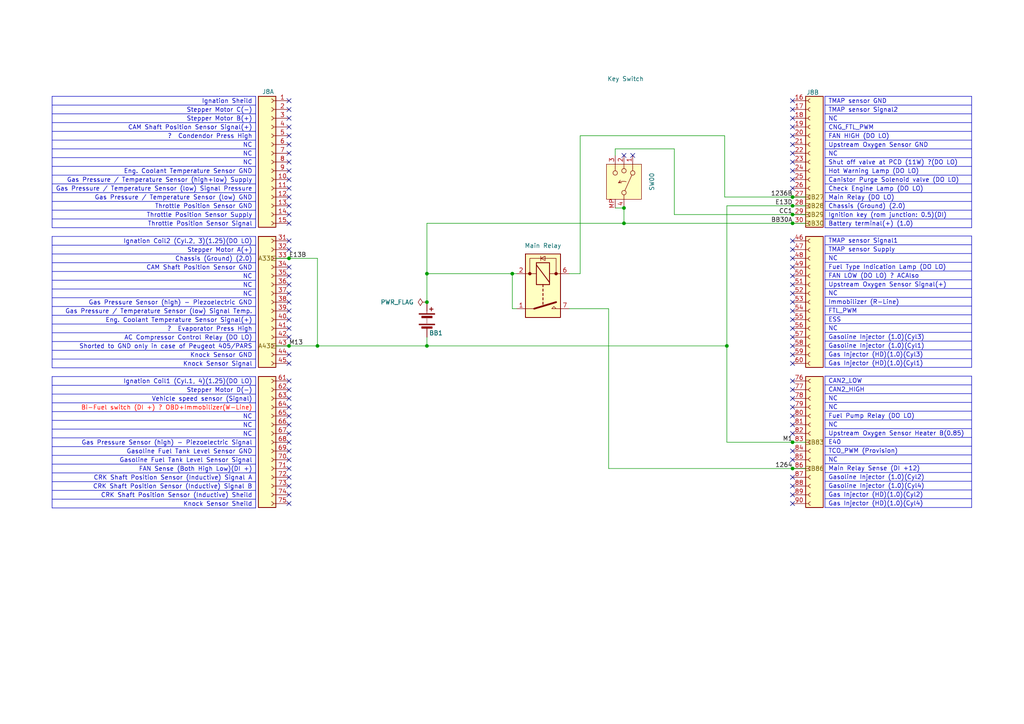
<source format=kicad_sch>
(kicad_sch (version 20250114) (generator "eeschema") (generator_version "9.0")
  (paper "A4")
  (lib_symbols
    (symbol "Conn_01x90_3Row_Socket_1" (pin_names (offset 1.016) (hide yes))
      (property "Reference" "J" (at 1.524 60.833 0))
      (property "Value" "Conn_01x90_3Row_Socket" (at 1.397 -61.214 0))
      (symbol "Conn_01x90_3Row_Socket_1_1_1"
        (pin passive line (at -4.318 58.42 0) (length 3.81) (name "A1") (number "1"))
        (pin passive line (at -4.318 55.88 0) (length 3.81) (name "A2") (number "2"))
        (pin passive line (at -4.318 53.34 0) (length 3.81) (name "A3") (number "3"))
        (pin passive line (at -4.318 50.8 0) (length 3.81) (name "A4") (number "4"))
        (pin passive line (at -4.318 48.26 0) (length 3.81) (name "A5") (number "5"))
        (pin passive line (at -4.318 45.72 0) (length 3.81) (name "A6") (number "6"))
        (pin passive line (at -4.318 43.18 0) (length 3.81) (name "A7") (number "7"))
        (pin passive line (at -4.318 40.64 0) (length 3.81) (name "A8") (number "8"))
        (pin passive line (at -4.318 38.1 0) (length 3.81) (name "A9") (number "9"))
        (pin passive line (at -4.318 35.56 0) (length 3.81) (name "A10") (number "10"))
        (pin passive line (at -4.318 33.02 0) (length 3.81) (name "A11") (number "11"))
        (pin passive line (at -4.318 30.48 0) (length 3.81) (name "A12") (number "12"))
        (pin passive line (at -4.318 27.94 0) (length 3.81) (name "A13") (number "13"))
        (pin passive line (at -4.318 25.4 0) (length 3.81) (name "A14") (number "14"))
        (pin passive line (at -4.318 22.86 0) (length 3.81) (name "A15") (number "15"))
        (pin passive line (at -4.318 17.78 0) (length 3.81) (name "A31") (number "31"))
        (pin passive line (at -4.318 15.24 0) (length 3.81) (name "A32") (number "32"))
        (pin passive line (at -4.318 12.7 0) (length 3.81) (name "A33") (number "33"))
        (pin passive line (at -4.318 10.16 0) (length 3.81) (name "A34") (number "34"))
        (pin passive line (at -4.318 7.62 0) (length 3.81) (name "A35") (number "35"))
        (pin passive line (at -4.318 5.08 0) (length 3.81) (name "A36") (number "36"))
        (pin passive line (at -4.318 2.54 0) (length 3.81) (name "A37") (number "37"))
        (pin passive line (at -4.318 0 0) (length 3.81) (name "A38") (number "38"))
        (pin passive line (at -4.318 -2.54 0) (length 3.81) (name "A39") (number "39"))
        (pin passive line (at -4.318 -5.08 0) (length 3.81) (name "A40") (number "40"))
        (pin passive line (at -4.318 -7.62 0) (length 3.81) (name "A41") (number "41"))
        (pin passive line (at -4.318 -10.16 0) (length 3.81) (name "A42") (number "42"))
        (pin passive line (at -4.318 -12.7 0) (length 3.81) (name "A43") (number "43"))
        (pin passive line (at -4.318 -15.24 0) (length 3.81) (name "A44") (number "44"))
        (pin passive line (at -4.318 -17.78 0) (length 3.81) (name "A45") (number "45"))
        (pin passive line (at -4.318 -22.86 0) (length 3.81) (name "A61") (number "61"))
        (pin passive line (at -4.318 -25.4 0) (length 3.81) (name "A62") (number "62"))
        (pin passive line (at -4.318 -27.94 0) (length 3.81) (name "A63") (number "63"))
        (pin passive line (at -4.318 -30.48 0) (length 3.81) (name "A64") (number "64"))
        (pin passive line (at -4.318 -33.02 0) (length 3.81) (name "A65") (number "65"))
        (pin passive line (at -4.318 -35.56 0) (length 3.81) (name "A66") (number "66"))
        (pin passive line (at -4.318 -38.1 0) (length 3.81) (name "A67") (number "67"))
        (pin passive line (at -4.318 -40.64 0) (length 3.81) (name "A68") (number "68"))
        (pin passive line (at -4.318 -43.18 0) (length 3.81) (name "A69") (number "69"))
        (pin passive line (at -4.318 -45.72 0) (length 3.81) (name "A70") (number "70"))
        (pin passive line (at -4.318 -48.26 0) (length 3.81) (name "A71") (number "71"))
        (pin passive line (at -4.318 -50.8 0) (length 3.81) (name "A72") (number "72"))
        (pin passive line (at -4.318 -53.34 0) (length 3.81) (name "A73") (number "73"))
        (pin passive line (at -4.318 -55.88 0) (length 3.81) (name "A74") (number "74"))
        (pin passive line (at -4.318 -58.42 0) (length 3.81) (name "A75") (number "75"))
      )
      (symbol "Conn_01x90_3Row_Socket_1_2_1"
        (pin passive line (at -4.318 58.42 0) (length 3.81) (name "B16") (number "16"))
        (pin passive line (at -4.318 55.88 0) (length 3.81) (name "B17") (number "17"))
        (pin passive line (at -4.318 53.34 0) (length 3.81) (name "B18") (number "18"))
        (pin passive line (at -4.318 50.8 0) (length 3.81) (name "B19") (number "19"))
        (pin passive line (at -4.318 48.26 0) (length 3.81) (name "B20") (number "20"))
        (pin passive line (at -4.318 45.72 0) (length 3.81) (name "B21") (number "21"))
        (pin passive line (at -4.318 43.18 0) (length 3.81) (name "B22") (number "22"))
        (pin passive line (at -4.318 40.64 0) (length 3.81) (name "B23") (number "23"))
        (pin passive line (at -4.318 38.1 0) (length 3.81) (name "B24") (number "24"))
        (pin passive line (at -4.318 35.56 0) (length 3.81) (name "B25") (number "25"))
        (pin passive line (at -4.318 33.02 0) (length 3.81) (name "B26") (number "26"))
        (pin passive line (at -4.318 30.48 0) (length 3.81) (name "B27") (number "27"))
        (pin passive line (at -4.318 27.94 0) (length 3.81) (name "B28") (number "28"))
        (pin passive line (at -4.318 25.4 0) (length 3.81) (name "B29") (number "29"))
        (pin passive line (at -4.318 22.86 0) (length 3.81) (name "B30") (number "30"))
        (pin passive line (at -4.318 17.78 0) (length 3.81) (name "B46") (number "46"))
        (pin passive line (at -4.318 15.24 0) (length 3.81) (name "B47") (number "47"))
        (pin passive line (at -4.318 12.7 0) (length 3.81) (name "B48") (number "48"))
        (pin passive line (at -4.318 10.16 0) (length 3.81) (name "B49") (number "49"))
        (pin passive line (at -4.318 7.62 0) (length 3.81) (name "B50") (number "50"))
        (pin passive line (at -4.318 5.08 0) (length 3.81) (name "B51") (number "51"))
        (pin passive line (at -4.318 2.54 0) (length 3.81) (name "B52") (number "52"))
        (pin passive line (at -4.318 0 0) (length 3.81) (name "B53") (number "53"))
        (pin passive line (at -4.318 -2.54 0) (length 3.81) (name "B54") (number "54"))
        (pin passive line (at -4.318 -5.08 0) (length 3.81) (name "B55") (number "55"))
        (pin passive line (at -4.318 -7.62 0) (length 3.81) (name "B56") (number "56"))
        (pin passive line (at -4.318 -10.16 0) (length 3.81) (name "B57") (number "57"))
        (pin passive line (at -4.318 -12.7 0) (length 3.81) (name "B58") (number "58"))
        (pin passive line (at -4.318 -15.24 0) (length 3.81) (name "B59") (number "59"))
        (pin passive line (at -4.318 -17.78 0) (length 3.81) (name "B60") (number "60"))
        (pin passive line (at -4.318 -22.86 0) (length 3.81) (name "B76") (number "76"))
        (pin passive line (at -4.318 -25.4 0) (length 3.81) (name "B77") (number "77"))
        (pin passive line (at -4.318 -27.94 0) (length 3.81) (name "B78") (number "78"))
        (pin passive line (at -4.318 -30.48 0) (length 3.81) (name "B79") (number "79"))
        (pin passive line (at -4.318 -33.02 0) (length 3.81) (name "B80") (number "80"))
        (pin passive line (at -4.318 -35.56 0) (length 3.81) (name "B81") (number "81"))
        (pin passive line (at -4.318 -38.1 0) (length 3.81) (name "B82") (number "82"))
        (pin passive line (at -4.318 -40.64 0) (length 3.81) (name "B83") (number "83"))
        (pin passive line (at -4.318 -43.18 0) (length 3.81) (name "B84") (number "84"))
        (pin passive line (at -4.318 -45.72 0) (length 3.81) (name "B85") (number "85"))
        (pin passive line (at -4.318 -48.26 0) (length 3.81) (name "B86") (number "86"))
        (pin passive line (at -4.318 -50.8 0) (length 3.81) (name "B87") (number "87"))
        (pin passive line (at -4.318 -53.34 0) (length 3.81) (name "B88") (number "88"))
        (pin passive line (at -4.318 -55.88 0) (length 3.81) (name "B89") (number "89"))
        (pin passive line (at -4.318 -58.42 0) (length 3.81) (name "B90") (number "90"))
      )
    )
    (symbol "Device:Battery" (pin_numbers (hide yes)) (pin_names (offset 0) (hide yes))
      (property "Reference" "BT" (at 2.54 2.54 0))
      (property "Value" "Battery" (at 2.54 0 0))
      (symbol "Battery_1_1"
        (pin passive line (at 0 5.08 270) (length 2.54) (name "+") (number "1"))
        (pin passive line (at 0 -5.08 90) (length 2.54) (name "-") (number "2"))
      )
    )
    (symbol "Relay:DIPxx-1Axx-12xD"
      (property "Reference" "K" (at 8.89 3.81 0))
      (property "Value" "DIPxx-1Axx-12xD" (at 8.89 1.27 0))
      (symbol "DIPxx-1Axx-12xD_1_1"
        (pin passive line (at -5.08 7.62 270) (length 2.54) (name "~") (number "6"))
        (pin passive line (at -5.08 -7.62 90) (length 2.54) (hide yes) (name "~") (number "13"))
        (pin passive line (at -5.08 -7.62 90) (length 2.54) (name "~") (number "2"))
        (pin passive line (at 5.08 7.62 270) (length 2.54) (name "~") (number "7"))
        (pin passive line (at 5.08 7.62 270) (length 2.54) (hide yes) (name "~") (number "8"))
        (pin passive line (at 5.08 -7.62 90) (length 2.54) (name "~") (number "1"))
        (pin passive line (at 5.08 -7.62 90) (length 2.54) (hide yes) (name "~") (number "14"))
      )
    )
    (symbol "Switch:SW_Rotary_1x3_MP" (pin_names (hide yes))
      (property "Reference" "SW" (at 0 6.35 0))
      (property "Value" "SW_Rotary_1x3_MP" (at 8.89 -6.35 0))
      (symbol "SW_Rotary_1x3_MP_1_1"
        (pin passive line (at -7.62 0 0) (length 2.54) (name "") (number "4"))
        (pin passive line (at -7.62 -2.54 0) (length 2.54) (name "") (number "MP"))
        (pin passive line (at 7.62 2.54 180) (length 2.54) (name "") (number "1"))
        (pin passive line (at 7.62 0 180) (length 2.54) (name "") (number "2"))
        (pin passive line (at 7.62 -2.54 180) (length 2.54) (name "") (number "3"))
      )
    )
    (symbol "power:PWR_FLAG" (power) (pin_numbers (hide yes)) (pin_names (offset 0) (hide yes))
      (property "Value" "PWR_FLAG" (at 0 3.81 0))
      (symbol "PWR_FLAG_0_0"
        (pin power_out line (at 0 0 90) (length 0) (name "~") (number "1"))
      )
    )
    (symbol "sicma_socket:Conn_01x90_3Row_Socket" (pin_names (offset 1.016) (hide yes))
      (property "Reference" "J" (at 1.524 60.833 0))
      (property "Value" "Conn_01x90_3Row_Socket" (at 1.397 -61.214 0))
      (symbol "Conn_01x90_3Row_Socket_1_1"
        (pin passive line (at -4.318 58.42 0) (length 3.81) (name "A1") (number "1"))
        (pin passive line (at -4.318 55.88 0) (length 3.81) (name "A2") (number "2"))
        (pin passive line (at -4.318 53.34 0) (length 3.81) (name "A3") (number "3"))
        (pin passive line (at -4.318 50.8 0) (length 3.81) (name "A4") (number "4"))
        (pin passive line (at -4.318 48.26 0) (length 3.81) (name "A5") (number "5"))
        (pin passive line (at -4.318 45.72 0) (length 3.81) (name "A6") (number "6"))
        (pin passive line (at -4.318 43.18 0) (length 3.81) (name "A7") (number "7"))
        (pin passive line (at -4.318 40.64 0) (length 3.81) (name "A8") (number "8"))
        (pin passive line (at -4.318 38.1 0) (length 3.81) (name "A9") (number "9"))
        (pin passive line (at -4.318 35.56 0) (length 3.81) (name "A10") (number "10"))
        (pin passive line (at -4.318 33.02 0) (length 3.81) (name "A11") (number "11"))
        (pin passive line (at -4.318 30.48 0) (length 3.81) (name "A12") (number "12"))
        (pin passive line (at -4.318 27.94 0) (length 3.81) (name "A13") (number "13"))
        (pin passive line (at -4.318 25.4 0) (length 3.81) (name "A14") (number "14"))
        (pin passive line (at -4.318 22.86 0) (length 3.81) (name "A15") (number "15"))
        (pin passive line (at -4.318 17.78 0) (length 3.81) (name "A31") (number "31"))
        (pin passive line (at -4.318 15.24 0) (length 3.81) (name "A32") (number "32"))
        (pin passive line (at -4.318 12.7 0) (length 3.81) (name "A33") (number "33"))
        (pin passive line (at -4.318 10.16 0) (length 3.81) (name "A34") (number "34"))
        (pin passive line (at -4.318 7.62 0) (length 3.81) (name "A35") (number "35"))
        (pin passive line (at -4.318 5.08 0) (length 3.81) (name "A36") (number "36"))
        (pin passive line (at -4.318 2.54 0) (length 3.81) (name "A37") (number "37"))
        (pin passive line (at -4.318 0 0) (length 3.81) (name "A38") (number "38"))
        (pin passive line (at -4.318 -2.54 0) (length 3.81) (name "A39") (number "39"))
        (pin passive line (at -4.318 -5.08 0) (length 3.81) (name "A40") (number "40"))
        (pin passive line (at -4.318 -7.62 0) (length 3.81) (name "A41") (number "41"))
        (pin passive line (at -4.318 -10.16 0) (length 3.81) (name "A42") (number "42"))
        (pin passive line (at -4.318 -12.7 0) (length 3.81) (name "A43") (number "43"))
        (pin passive line (at -4.318 -15.24 0) (length 3.81) (name "A44") (number "44"))
        (pin passive line (at -4.318 -17.78 0) (length 3.81) (name "A45") (number "45"))
        (pin passive line (at -4.318 -22.86 0) (length 3.81) (name "A61") (number "61"))
        (pin passive line (at -4.318 -25.4 0) (length 3.81) (name "A62") (number "62"))
        (pin passive line (at -4.318 -27.94 0) (length 3.81) (name "A63") (number "63"))
        (pin passive line (at -4.318 -30.48 0) (length 3.81) (name "A64") (number "64"))
        (pin passive line (at -4.318 -33.02 0) (length 3.81) (name "A65") (number "65"))
        (pin passive line (at -4.318 -35.56 0) (length 3.81) (name "A66") (number "66"))
        (pin passive line (at -4.318 -38.1 0) (length 3.81) (name "A67") (number "67"))
        (pin passive line (at -4.318 -40.64 0) (length 3.81) (name "A68") (number "68"))
        (pin passive line (at -4.318 -43.18 0) (length 3.81) (name "A69") (number "69"))
        (pin passive line (at -4.318 -45.72 0) (length 3.81) (name "A70") (number "70"))
        (pin passive line (at -4.318 -48.26 0) (length 3.81) (name "A71") (number "71"))
        (pin passive line (at -4.318 -50.8 0) (length 3.81) (name "A72") (number "72"))
        (pin passive line (at -4.318 -53.34 0) (length 3.81) (name "A73") (number "73"))
        (pin passive line (at -4.318 -55.88 0) (length 3.81) (name "A74") (number "74"))
        (pin passive line (at -4.318 -58.42 0) (length 3.81) (name "A75") (number "75"))
      )
      (symbol "Conn_01x90_3Row_Socket_2_1"
        (pin passive line (at -4.318 58.42 0) (length 3.81) (name "B16") (number "16"))
        (pin passive line (at -4.318 55.88 0) (length 3.81) (name "B17") (number "17"))
        (pin passive line (at -4.318 53.34 0) (length 3.81) (name "B18") (number "18"))
        (pin passive line (at -4.318 50.8 0) (length 3.81) (name "B19") (number "19"))
        (pin passive line (at -4.318 48.26 0) (length 3.81) (name "B20") (number "20"))
        (pin passive line (at -4.318 45.72 0) (length 3.81) (name "B21") (number "21"))
        (pin passive line (at -4.318 43.18 0) (length 3.81) (name "B22") (number "22"))
        (pin passive line (at -4.318 40.64 0) (length 3.81) (name "B23") (number "23"))
        (pin passive line (at -4.318 38.1 0) (length 3.81) (name "B24") (number "24"))
        (pin passive line (at -4.318 35.56 0) (length 3.81) (name "B25") (number "25"))
        (pin passive line (at -4.318 33.02 0) (length 3.81) (name "B26") (number "26"))
        (pin passive line (at -4.318 30.48 0) (length 3.81) (name "B27") (number "27"))
        (pin passive line (at -4.318 27.94 0) (length 3.81) (name "B28") (number "28"))
        (pin passive line (at -4.318 25.4 0) (length 3.81) (name "B29") (number "29"))
        (pin passive line (at -4.318 22.86 0) (length 3.81) (name "B30") (number "30"))
        (pin passive line (at -4.318 17.78 0) (length 3.81) (name "B46") (number "46"))
        (pin passive line (at -4.318 15.24 0) (length 3.81) (name "B47") (number "47"))
        (pin passive line (at -4.318 12.7 0) (length 3.81) (name "B48") (number "48"))
        (pin passive line (at -4.318 10.16 0) (length 3.81) (name "B49") (number "49"))
        (pin passive line (at -4.318 7.62 0) (length 3.81) (name "B50") (number "50"))
        (pin passive line (at -4.318 5.08 0) (length 3.81) (name "B51") (number "51"))
        (pin passive line (at -4.318 2.54 0) (length 3.81) (name "B52") (number "52"))
        (pin passive line (at -4.318 0 0) (length 3.81) (name "B53") (number "53"))
        (pin passive line (at -4.318 -2.54 0) (length 3.81) (name "B54") (number "54"))
        (pin passive line (at -4.318 -5.08 0) (length 3.81) (name "B55") (number "55"))
        (pin passive line (at -4.318 -7.62 0) (length 3.81) (name "B56") (number "56"))
        (pin passive line (at -4.318 -10.16 0) (length 3.81) (name "B57") (number "57"))
        (pin passive line (at -4.318 -12.7 0) (length 3.81) (name "B58") (number "58"))
        (pin passive line (at -4.318 -15.24 0) (length 3.81) (name "B59") (number "59"))
        (pin passive line (at -4.318 -17.78 0) (length 3.81) (name "B60") (number "60"))
        (pin passive line (at -4.318 -22.86 0) (length 3.81) (name "B76") (number "76"))
        (pin passive line (at -4.318 -25.4 0) (length 3.81) (name "B77") (number "77"))
        (pin passive line (at -4.318 -27.94 0) (length 3.81) (name "B78") (number "78"))
        (pin passive line (at -4.318 -30.48 0) (length 3.81) (name "B79") (number "79"))
        (pin passive line (at -4.318 -33.02 0) (length 3.81) (name "B80") (number "80"))
        (pin passive line (at -4.318 -35.56 0) (length 3.81) (name "B81") (number "81"))
        (pin passive line (at -4.318 -38.1 0) (length 3.81) (name "B82") (number "82"))
        (pin passive line (at -4.318 -40.64 0) (length 3.81) (name "B83") (number "83"))
        (pin passive line (at -4.318 -43.18 0) (length 3.81) (name "B84") (number "84"))
        (pin passive line (at -4.318 -45.72 0) (length 3.81) (name "B85") (number "85"))
        (pin passive line (at -4.318 -48.26 0) (length 3.81) (name "B86") (number "86"))
        (pin passive line (at -4.318 -50.8 0) (length 3.81) (name "B87") (number "87"))
        (pin passive line (at -4.318 -53.34 0) (length 3.81) (name "B88") (number "88"))
        (pin passive line (at -4.318 -55.88 0) (length 3.81) (name "B89") (number "89"))
        (pin passive line (at -4.318 -58.42 0) (length 3.81) (name "B90") (number "90"))
      )
    )
  )
  (junction (at 229.87 62.23))
  (junction (at 180.975 64.77))
  (junction (at 148.59 79.375))
  (junction (at 123.825 87.63))
  (junction (at 229.87 59.69))
  (junction (at 229.87 64.77))
  (junction (at 229.87 128.27))
  (junction (at 210.82 100.33))
  (junction (at 83.82 74.93))
  (junction (at 83.82 100.33))
  (junction (at 229.87 57.15))
  (junction (at 180.975 60.325))
  (junction (at 123.825 100.33))
  (junction (at 229.87 135.89))
  (junction (at 92.075 100.33))
  (junction (at 123.825 79.375))
  (no_connect (at 83.82 36.83))
  (no_connect (at 83.82 82.55))
  (no_connect (at 83.82 113.03))
  (no_connect (at 229.87 44.45))
  (no_connect (at 229.87 87.63))
  (no_connect (at 229.87 115.57))
  (no_connect (at 83.82 52.07))
  (no_connect (at 83.82 87.63))
  (no_connect (at 83.82 130.81))
  (no_connect (at 83.82 135.89))
  (no_connect (at 83.82 54.61))
  (no_connect (at 229.87 125.73))
  (no_connect (at 83.82 125.73))
  (no_connect (at 229.87 130.81))
  (no_connect (at 229.87 72.39))
  (no_connect (at 83.82 39.37))
  (no_connect (at 229.87 92.71))
  (no_connect (at 83.82 77.47))
  (no_connect (at 229.87 118.11))
  (no_connect (at 229.87 102.87))
  (no_connect (at 229.87 140.97))
  (no_connect (at 229.87 34.29))
  (no_connect (at 83.82 80.01))
  (no_connect (at 83.82 143.51))
  (no_connect (at 83.82 44.45))
  (no_connect (at 83.82 72.39))
  (no_connect (at 229.87 39.37))
  (no_connect (at 229.87 36.83))
  (no_connect (at 229.87 80.01))
  (no_connect (at 229.87 52.07))
  (no_connect (at 229.87 41.91))
  (no_connect (at 229.87 31.75))
  (no_connect (at 83.82 59.69))
  (no_connect (at 83.82 69.85))
  (no_connect (at 83.82 120.65))
  (no_connect (at 229.87 110.49))
  (no_connect (at 83.82 95.25))
  (no_connect (at 83.82 102.87))
  (no_connect (at 229.87 74.93))
  (no_connect (at 83.82 64.77))
  (no_connect (at 83.82 41.91))
  (no_connect (at 83.82 34.29))
  (no_connect (at 229.87 77.47))
  (no_connect (at 229.87 120.65))
  (no_connect (at 83.82 62.23))
  (no_connect (at 83.82 138.43))
  (no_connect (at 83.82 128.27))
  (no_connect (at 83.82 31.75))
  (no_connect (at 83.82 110.49))
  (no_connect (at 83.82 118.11))
  (no_connect (at 229.87 146.05))
  (no_connect (at 180.975 45.085))
  (no_connect (at 83.82 97.79))
  (no_connect (at 229.87 97.79))
  (no_connect (at 83.82 146.05))
  (no_connect (at 83.82 85.09))
  (no_connect (at 229.87 133.35))
  (no_connect (at 229.87 100.33))
  (no_connect (at 83.82 123.19))
  (no_connect (at 83.82 57.15))
  (no_connect (at 83.82 115.57))
  (no_connect (at 229.87 105.41))
  (no_connect (at 229.87 138.43))
  (no_connect (at 83.82 92.71))
  (no_connect (at 83.82 133.35))
  (no_connect (at 229.87 82.55))
  (no_connect (at 83.82 90.17))
  (no_connect (at 83.82 140.97))
  (no_connect (at 83.82 49.53))
  (no_connect (at 229.87 46.99))
  (no_connect (at 229.87 54.61))
  (no_connect (at 229.87 69.85))
  (no_connect (at 83.82 46.99))
  (no_connect (at 229.87 90.17))
  (no_connect (at 229.87 123.19))
  (no_connect (at 229.87 29.21))
  (no_connect (at 229.87 49.53))
  (no_connect (at 183.515 45.085))
  (no_connect (at 229.87 113.03))
  (no_connect (at 229.87 143.51))
  (no_connect (at 83.82 105.41))
  (no_connect (at 83.82 29.21))
  (no_connect (at 229.87 95.25))
  (no_connect (at 229.87 85.09))
  (wire (pts (xy 80.01 74.93) (xy 83.82 74.93)))
  (wire (pts (xy 195.58 43.18) (xy 195.58 62.23)))
  (wire (pts (xy 123.825 79.375) (xy 148.59 79.375)))
  (wire (pts (xy 210.82 100.33) (xy 210.82 59.69)))
  (wire (pts (xy 168.275 79.375) (xy 165.1 79.375)))
  (wire (pts (xy 168.275 79.375) (xy 168.275 39.37)))
  (wire (pts (xy 148.59 79.375) (xy 149.86 79.375)))
  (wire (pts (xy 83.82 74.93) (xy 92.075 74.93)))
  (wire (pts (xy 210.82 59.69) (xy 229.87 59.69)))
  (wire (pts (xy 229.87 57.15) (xy 233.68 57.15)))
  (wire (pts (xy 123.825 79.375) (xy 123.825 87.63)))
  (wire (pts (xy 176.53 135.89) (xy 176.53 89.535)))
  (wire (pts (xy 210.185 39.37) (xy 210.185 57.15)))
  (wire (pts (xy 233.68 62.23) (xy 229.87 62.23)))
  (wire (pts (xy 180.975 60.325) (xy 180.975 64.77)))
  (wire (pts (xy 229.87 59.69) (xy 233.68 59.69)))
  (wire (pts (xy 195.58 62.23) (xy 229.87 62.23)))
  (wire (pts (xy 148.59 89.535) (xy 148.59 79.375)))
  (wire (pts (xy 83.82 100.33) (xy 80.01 100.33)))
  (wire (pts (xy 176.53 135.89) (xy 229.87 135.89)))
  (wire (pts (xy 210.82 128.27) (xy 229.87 128.27)))
  (wire (pts (xy 168.275 39.37) (xy 210.185 39.37)))
  (wire (pts (xy 83.82 100.33) (xy 92.075 100.33)))
  (wire (pts (xy 229.87 57.15) (xy 210.185 57.15)))
  (wire (pts (xy 92.075 100.33) (xy 92.075 74.93)))
  (wire (pts (xy 178.435 43.18) (xy 195.58 43.18)))
  (wire (pts (xy 149.86 89.535) (xy 148.59 89.535)))
  (wire (pts (xy 178.435 60.325) (xy 180.975 60.325)))
  (wire (pts (xy 229.87 135.89) (xy 233.68 135.89)))
  (wire (pts (xy 165.1 89.535) (xy 176.53 89.535)))
  (wire (pts (xy 229.87 64.77) (xy 180.975 64.77)))
  (wire (pts (xy 123.825 64.77) (xy 180.975 64.77)))
  (wire (pts (xy 123.825 97.79) (xy 123.825 100.33)))
  (wire (pts (xy 233.68 64.77) (xy 229.87 64.77)))
  (wire (pts (xy 229.87 128.27) (xy 233.68 128.27)))
  (wire (pts (xy 123.825 64.77) (xy 123.825 79.375)))
  (wire (pts (xy 123.825 100.33) (xy 210.82 100.33)))
  (wire (pts (xy 210.82 128.27) (xy 210.82 100.33)))
  (wire (pts (xy 178.435 43.18) (xy 178.435 45.085)))
  (wire (pts (xy 92.075 100.33) (xy 123.825 100.33)))
  (table (column_count 1) (border (external yes) (header yes)) (separators (rows yes) (cols yes)) (column_widths 42.545) (row_heights 2.54 2.54 2.54 2.54 2.54 2.54 2.54 2.54 2.54 2.54 2.54 2.54 2.54 2.54 2.54) (cells (table_cell "CAN2_LOW" (at 239.268 109.093 0) (size 42.545 2.54) (margins 0.9525 0.9525 0.9525 0.9525) (span 1 1)) (table_cell "CAN2_HIGH" (at 239.268 111.633 0) (size 42.545 2.54) (margins 0.9525 0.9525 0.9525 0.9525) (span 1 1)) (table_cell "NC" (at 239.268 114.173 0) (size 42.545 2.54) (margins 0.9525 0.9525 0.9525 0.9525) (span 1 1)) (table_cell "NC" (at 239.268 116.713 0) (size 42.545 2.54) (margins 0.9525 0.9525 0.9525 0.9525) (span 1 1)) (table_cell "Fuel Pump Relay (DO LO)" (at 239.268 119.253 0) (size 42.545 2.54) (margins 0.9525 0.9525 0.9525 0.9525) (span 1 1)) (table_cell "NC" (at 239.268 121.793 0) (size 42.545 2.54) (margins 0.9525 0.9525 0.9525 0.9525) (span 1 1)) (table_cell "Upstream Oxygen Sensor Heater B(0.85)" (at 239.268 124.333 0) (size 42.545 2.54) (margins 0.9525 0.9525 0.9525 0.9525) (span 1 1)) (table_cell "E40" (at 239.268 126.873 0) (size 42.545 2.54) (margins 0.9525 0.9525 0.9525 0.9525) (span 1 1)) (table_cell "TCO_PWM (Provision)" (at 239.268 129.413 0) (size 42.545 2.54) (margins 0.9525 0.9525 0.9525 0.9525) (span 1 1)) (table_cell "NC" (at 239.268 131.953 0) (size 42.545 2.54) (margins 0.9525 0.9525 0.9525 0.9525) (span 1 1)) (table_cell "Main Relay Sense (DI +12)" (at 239.268 134.493 0) (size 42.545 2.54) (margins 0.9525 0.9525 0.9525 0.9525) (span 1 1)) (table_cell "Gasoline Injector (1.0)(Cyl2)" (at 239.268 137.033 0) (size 42.545 2.54) (margins 0.9525 0.9525 0.9525 0.9525) (span 1 1)) (table_cell "Gasoline Injector (1.0)(Cyl4)" (at 239.268 139.573 0) (size 42.545 2.54) (margins 0.9525 0.9525 0.9525 0.9525) (span 1 1)) (table_cell "Gas Injector (HD)(1.0)(Cyl2)" (at 239.268 142.113 0) (size 42.545 2.54) (margins 0.9525 0.9525 0.9525 0.9525) (span 1 1)) (table_cell "Gas Injector (HD)(1.0)(Cyl4)" (at 239.268 144.653 0) (size 42.545 2.54) (margins 0.9525 0.9525 0.9525 0.9525) (span 1 1))))
  (table (column_count 1) (border (external yes) (header yes)) (separators (rows yes) (cols yes)) (column_widths 42.545) (row_heights 2.54 2.54 2.54 2.54 2.54 2.54 2.54 2.54 2.54 2.54 2.54 2.54 2.54 2.54 2.54) (cells (table_cell "TMAP sensor GND" (at 239.268 27.94 0) (size 42.545 2.54) (margins 0.9525 0.9525 0.9525 0.9525) (span 1 1)) (table_cell "TMAP sensor Signal2" (at 239.268 30.48 0) (size 42.545 2.54) (margins 0.9525 0.9525 0.9525 0.9525) (span 1 1)) (table_cell "NC" (at 239.268 33.02 0) (size 42.545 2.54) (margins 0.9525 0.9525 0.9525 0.9525) (span 1 1)) (table_cell "CNG_FTL_PWM" (at 239.268 35.56 0) (size 42.545 2.54) (margins 0.9525 0.9525 0.9525 0.9525) (span 1 1)) (table_cell "FAN HIGH (DO LO)" (at 239.268 38.1 0) (size 42.545 2.54) (margins 0.9525 0.9525 0.9525 0.9525) (span 1 1)) (table_cell "Upstream Oxygen Sensor GND" (at 239.268 40.64 0) (size 42.545 2.54) (margins 0.9525 0.9525 0.9525 0.9525) (span 1 1)) (table_cell "NC" (at 239.268 43.18 0) (size 42.545 2.54) (margins 0.9525 0.9525 0.9525 0.9525) (span 1 1)) (table_cell "Shut off valve at PCD (11W) ?(DO LO)" (at 239.268 45.72 0) (size 42.545 2.54) (margins 0.9525 0.9525 0.9525 0.9525) (span 1 1)) (table_cell "Hot Warning Lamp (DO LO)" (at 239.268 48.26 0) (size 42.545 2.54) (margins 0.9525 0.9525 0.9525 0.9525) (span 1 1)) (table_cell "Canistor Purge Solenoid valve (DO LO)" (at 239.268 50.8 0) (size 42.545 2.54) (margins 0.9525 0.9525 0.9525 0.9525) (span 1 1)) (table_cell "Check Engine Lamp (DO LO)" (at 239.268 53.34 0) (size 42.545 2.54) (margins 0.9525 0.9525 0.9525 0.9525) (span 1 1)) (table_cell "Main Relay (DO LO)" (at 239.268 55.88 0) (size 42.545 2.54) (margins 0.9525 0.9525 0.9525 0.9525) (span 1 1)) (table_cell "Chassis (Ground) (2.0)" (at 239.268 58.42 0) (size 42.545 2.54) (margins 0.9525 0.9525 0.9525 0.9525) (span 1 1)) (table_cell "Ignition key (rom junction: 0.5)(DI)" (at 239.268 60.96 0) (size 42.545 2.54) (margins 0.9525 0.9525 0.9525 0.9525) (span 1 1)) (table_cell "Battery terminal(+) (1.0)" (at 239.268 63.5 0) (size 42.545 2.54) (margins 0.9525 0.9525 0.9525 0.9525) (span 1 1))))
  (table (column_count 1) (border (external yes) (header no)) (separators (rows yes) (cols no)) (column_widths 59.055) (row_heights 2.54 2.54 2.54 2.54 2.54 2.54 2.54 2.54 2.54 2.54 2.54 2.54 2.54 2.54 2.54) (cells (table_cell "Ignation Sheild" (at 15.113 27.94 0) (size 59.055 2.54) (margins 0.9525 0.9525 0.9525 0.9525) (span 1 1)) (table_cell "Stepper Motor C(-)" (at 15.113 30.48 0) (size 59.055 2.54) (margins 0.9525 0.9525 0.9525 0.9525) (span 1 1)) (table_cell "Stepper Motor B(+)" (at 15.113 33.02 0) (size 59.055 2.54) (margins 0.9525 0.9525 0.9525 0.9525) (span 1 1)) (table_cell "CAM Shaft Position Sensor Signal(+)" (at 15.113 35.56 0) (size 59.055 2.54) (margins 0.9525 0.9525 0.9525 0.9525) (span 1 1)) (table_cell "?  Condendor Press High" (at 15.113 38.1 0) (size 59.055 2.54) (margins 0.9525 0.9525 0.9525 0.9525) (span 1 1)) (table_cell "NC" (at 15.113 40.64 0) (size 59.055 2.54) (margins 0.9525 0.9525 0.9525 0.9525) (span 1 1)) (table_cell "NC" (at 15.113 43.18 0) (size 59.055 2.54) (margins 0.9525 0.9525 0.9525 0.9525) (span 1 1)) (table_cell "NC" (at 15.113 45.72 0) (size 59.055 2.54) (margins 0.9525 0.9525 0.9525 0.9525) (span 1 1)) (table_cell "Eng. Coolant Temperature Sensor GND" (at 15.113 48.26 0) (size 59.055 2.54) (margins 0.9525 0.9525 0.9525 0.9525) (span 1 1)) (table_cell "Gas Pressure / Temperature Sensor (high+low) Supply" (at 15.113 50.8 0) (size 59.055 2.54) (margins 0.9525 0.9525 0.9525 0.9525) (span 1 1)) (table_cell "Gas Pressure / Temperature Sensor (low) Signal Pressure" (at 15.113 53.34 0) (size 59.055 2.54) (margins 0.9525 0.9525 0.9525 0.9525) (span 1 1)) (table_cell "Gas Pressure / Temperature Sensor (low) GND" (at 15.113 55.88 0) (size 59.055 2.54) (margins 0.9525 0.9525 0.9525 0.9525) (span 1 1)) (table_cell "Throttle Position Sensor GND" (at 15.113 58.42 0) (size 59.055 2.54) (margins 0.9525 0.9525 0.9525 0.9525) (span 1 1)) (table_cell "Throttle Position Sensor Supply" (at 15.113 60.96 0) (size 59.055 2.54) (margins 0.9525 0.9525 0.9525 0.9525) (span 1 1)) (table_cell "Throttle Position Sensor Signal" (at 15.113 63.5 0) (size 59.055 2.54) (margins 0.9525 0.9525 0.9525 0.9525) (span 1 1))))
  (table (column_count 1) (border (external yes) (header yes)) (separators (rows yes) (cols yes)) (column_widths 42.545) (row_heights 2.54 2.54 2.54 2.54 2.54 2.54 2.54 2.54 2.54 2.54 2.54 2.54 2.54 2.54 2.54) (cells (table_cell "TMAP sensor Signal1" (at 239.268 68.453 0) (size 42.545 2.54) (margins 0.9525 0.9525 0.9525 0.9525) (span 1 1)) (table_cell "TMAP sensor Supply" (at 239.268 70.993 0) (size 42.545 2.54) (margins 0.9525 0.9525 0.9525 0.9525) (span 1 1)) (table_cell "NC" (at 239.268 73.533 0) (size 42.545 2.54) (margins 0.9525 0.9525 0.9525 0.9525) (span 1 1)) (table_cell "Fuel Type Indication Lamp (DO LO)" (at 239.268 76.073 0) (size 42.545 2.54) (margins 0.9525 0.9525 0.9525 0.9525) (span 1 1)) (table_cell "FAN LOW (DO LO) ? ACAlso" (at 239.268 78.613 0) (size 42.545 2.54) (margins 0.9525 0.9525 0.9525 0.9525) (span 1 1)) (table_cell "Upstream Oxygen Sensor Signal(+)" (at 239.268 81.153 0) (size 42.545 2.54) (margins 0.9525 0.9525 0.9525 0.9525) (span 1 1)) (table_cell "NC" (at 239.268 83.693 0) (size 42.545 2.54) (margins 0.9525 0.9525 0.9525 0.9525) (span 1 1)) (table_cell "Immobilizer (R-Line)" (at 239.268 86.233 0) (size 42.545 2.54) (margins 0.9525 0.9525 0.9525 0.9525) (span 1 1)) (table_cell "FTL_PWM" (at 239.268 88.773 0) (size 42.545 2.54) (margins 0.9525 0.9525 0.9525 0.9525) (span 1 1)) (table_cell "ESS" (at 239.268 91.313 0) (size 42.545 2.54) (margins 0.9525 0.9525 0.9525 0.9525) (span 1 1)) (table_cell "NC" (at 239.268 93.853 0) (size 42.545 2.54) (margins 0.9525 0.9525 0.9525 0.9525) (span 1 1)) (table_cell "Gasoline Injector (1.0)(Cyl3)" (at 239.268 96.393 0) (size 42.545 2.54) (margins 0.9525 0.9525 0.9525 0.9525) (span 1 1)) (table_cell "Gasoline Injector (1.0)(Cyl1)" (at 239.268 98.933 0) (size 42.545 2.54) (margins 0.9525 0.9525 0.9525 0.9525) (span 1 1)) (table_cell "Gas Injector (HD)(1.0)(Cyl3)" (at 239.268 101.473 0) (size 42.545 2.54) (margins 0.9525 0.9525 0.9525 0.9525) (span 1 1)) (table_cell "Gas Injector (HD)(1.0)(Cyl1)" (at 239.268 104.013 0) (size 42.545 2.54) (margins 0.9525 0.9525 0.9525 0.9525) (span 1 1))))
  (table (column_count 1) (border (external yes) (header yes)) (separators (rows yes) (cols yes)) (column_widths 59.055) (row_heights 2.54 2.54 2.54 2.54 2.54 2.54 2.54 2.54 2.54 2.54 2.54 2.54 2.54 2.54 2.54) (cells (table_cell "Ignation Coil2 (Cyl.2, 3)(1.25)(DO LO)" (at 15.113 68.58 0) (size 59.055 2.54) (margins 0.9525 0.9525 0.9525 0.9525) (span 1 1)) (table_cell "Stepper Motor A(+)" (at 15.113 71.12 0) (size 59.055 2.54) (margins 0.9525 0.9525 0.9525 0.9525) (span 1 1)) (table_cell "Chassis (Ground) (2.0)" (at 15.113 73.66 0) (size 59.055 2.54) (margins 0.9525 0.9525 0.9525 0.9525) (span 1 1)) (table_cell "CAM Shaft Position Sensor GND" (at 15.113 76.2 0) (size 59.055 2.54) (margins 0.9525 0.9525 0.9525 0.9525) (span 1 1)) (table_cell "NC" (at 15.113 78.74 0) (size 59.055 2.54) (margins 0.9525 0.9525 0.9525 0.9525) (span 1 1)) (table_cell "NC" (at 15.113 81.28 0) (size 59.055 2.54) (margins 0.9525 0.9525 0.9525 0.9525) (span 1 1)) (table_cell "NC" (at 15.113 83.82 0) (size 59.055 2.54) (margins 0.9525 0.9525 0.9525 0.9525) (span 1 1)) (table_cell "Gas Pressure Sensor (high) - Piezoelectric GND" (at 15.113 86.36 0) (size 59.055 2.54) (margins 0.9525 0.9525 0.9525 0.9525) (span 1 1)) (table_cell "Gas Pressure / Temperature Sensor (low) Signal Temp." (at 15.113 88.9 0) (size 59.055 2.54) (margins 0.9525 0.9525 0.9525 0.9525) (span 1 1)) (table_cell "Eng. Coolant Temperature Sensor Signal(+)" (at 15.113 91.44 0) (size 59.055 2.54) (margins 0.9525 0.9525 0.9525 0.9525) (span 1 1)) (table_cell "?  Evaporator Press High" (at 15.113 93.98 0) (size 59.055 2.54) (margins 0.9525 0.9525 0.9525 0.9525) (span 1 1)) (table_cell "AC Compressor Control Relay (DO LO)" (at 15.113 96.52 0) (size 59.055 2.54) (margins 0.9525 0.9525 0.9525 0.9525) (span 1 1)) (table_cell "Shorted to GND only in case of Peugeot 405/PARS" (at 15.113 99.06 0) (size 59.055 2.54) (margins 0.9525 0.9525 0.9525 0.9525) (span 1 1)) (table_cell "Knock Sensor GND" (at 15.113 101.6 0) (size 59.055 2.54) (margins 0.9525 0.9525 0.9525 0.9525) (span 1 1)) (table_cell "Knock Sensor Signal" (at 15.113 104.14 0) (size 59.055 2.54) (margins 0.9525 0.9525 0.9525 0.9525) (span 1 1))))
  (table (column_count 1) (border (external yes) (header yes)) (separators (rows yes) (cols yes)) (column_widths 59.055) (row_heights 2.54 2.54 2.54 2.54 2.54 2.54 2.54 2.54 2.54 2.54 2.54 2.54 2.54 2.54 2.54) (cells (table_cell "Ignation Coil1 (Cyl.1, 4)(1.25)(DO LO)" (at 15.113 109.22 0) (size 59.055 2.54) (margins 0.9525 0.9525 0.9525 0.9525) (span 1 1)) (table_cell "Stepper Motor D(-)" (at 15.113 111.76 0) (size 59.055 2.54) (margins 0.9525 0.9525 0.9525 0.9525) (span 1 1)) (table_cell "Vehicle speed sensor (Signal)" (at 15.113 114.3 0) (size 59.055 2.54) (margins 0.9525 0.9525 0.9525 0.9525) (span 1 1)) (table_cell "Bi-Fuel switch (DI +) ? OBD+Immobilizer(W-Line)" (at 15.113 116.84 0) (size 59.055 2.54) (margins 0.9525 0.9525 0.9525 0.9525) (span 1 1)) (table_cell "NC" (at 15.113 119.38 0) (size 59.055 2.54) (margins 0.9525 0.9525 0.9525 0.9525) (span 1 1)) (table_cell "NC" (at 15.113 121.92 0) (size 59.055 2.54) (margins 0.9525 0.9525 0.9525 0.9525) (span 1 1)) (table_cell "NC" (at 15.113 124.46 0) (size 59.055 2.54) (margins 0.9525 0.9525 0.9525 0.9525) (span 1 1)) (table_cell "Gas Pressure Sensor (high) - Piezoelectric Signal" (at 15.113 127 0) (size 59.055 2.54) (margins 0.9525 0.9525 0.9525 0.9525) (span 1 1)) (table_cell "Gasoline Fuel Tank Level Sensor GND" (at 15.113 129.54 0) (size 59.055 2.54) (margins 0.9525 0.9525 0.9525 0.9525) (span 1 1)) (table_cell "Gasoline Fuel Tank Level Sensor Signal" (at 15.113 132.08 0) (size 59.055 2.54) (margins 0.9525 0.9525 0.9525 0.9525) (span 1 1)) (table_cell "FAN Sense (Both High Low)(DI +)" (at 15.113 134.62 0) (size 59.055 2.54) (margins 0.9525 0.9525 0.9525 0.9525) (span 1 1)) (table_cell "CRK Shaft Position Sensor (Inductive) Signal A" (at 15.113 137.16 0) (size 59.055 2.54) (margins 0.9525 0.9525 0.9525 0.9525) (span 1 1)) (table_cell "CRK Shaft Position Sensor (Inductive) Signal B" (at 15.113 139.7 0) (size 59.055 2.54) (margins 0.9525 0.9525 0.9525 0.9525) (span 1 1)) (table_cell "CRK Shaft Position Sensor (Inductive) Sheild" (at 15.113 142.24 0) (size 59.055 2.54) (margins 0.9525 0.9525 0.9525 0.9525) (span 1 1)) (table_cell "Knock Sensor Sheild" (at 15.113 144.78 0) (size 59.055 2.54) (margins 0.9525 0.9525 0.9525 0.9525) (span 1 1))))
  (label "CC1" (at 229.87 62.23 180))
  (label "1264" (at 229.87 135.89 180))
  (label "E13B" (at 83.82 74.93 0))
  (label "BB30A" (at 229.87 64.77 180))
  (label "M13" (at 83.82 100.33 0))
  (label "1236B" (at 229.87 57.15 180))
  (label "M1" (at 229.87 128.27 180))
  (label "E13D" (at 229.87 59.69 180))
  (hierarchical_label "B28" (shape passive) (at 233.68 59.69 0))
  (hierarchical_label "B29" (shape passive) (at 233.68 62.23 0))
  (hierarchical_label "B27" (shape passive) (at 233.68 57.15 0))
  (hierarchical_label "B83" (shape passive) (at 233.68 128.27 0))
  (hierarchical_label "B86" (shape passive) (at 233.68 135.89 0))
  (hierarchical_label "A33" (shape passive) (at 80.01 74.93 180))
  (hierarchical_label "A43" (shape passive) (at 80.01 100.33 180))
  (hierarchical_label "B30" (shape passive) (at 233.68 64.77 0))
  (symbol (lib_id "Switch:SW_Rotary_1x3_MP") (at 180.975 52.705 270) (mirror x) (unit 1)
    (property "Reference" "SW00" (at 189.065 52.705 0))
    (property "Value" "Key Switch" (at 181.445 22.86 90))
    (property "Description" "Rotary switch 1x3, SP3T with mount point" (effects (hide yes)))
  )
  (symbol (lib_id "sicma_socket:Conn_01x90_3Row_Socket") (at 79.502 87.63 0) (mirror y) (unit 1)
    (property "Reference" "J8" (at 79.502 26.6064 0) (effects (justify left)))
    (property "Value" "Conn_01x90_3Row_Socket" (effects (hide yes)))
    (property "Description" "\"Duble connector, triple row, 03x30, unit letter first pin numbering scheme (pin number form 1 to 90\"" (effects (hide yes)))
  )
  (symbol (lib_id "Device:Battery") (at 123.825 92.71 0) (unit 1) (in_bom no) (on_board no)
    (property "Reference" "BB1" (at 124.46 96.5834 0) (effects (justify left)))
    (property "Value" "12V" (effects (hide yes)))
    (property "Footprint" "Battery:BatteryHolder_Keystone_2479_3xAAA" (effects (hide yes)))
    (property "Description" "Multiple-cell battery" (effects (hide yes)))
  )
  (symbol (lib_id "power:PWR_FLAG") (at 123.825 87.63 90) (unit 1) (in_bom no) (on_board no)
    (property "Reference" "#FLG01" (effects (hide yes)))
    (property "Value" "PWR_FLAG" (at 120.015 87.6299 90) (effects (justify left)))
    (property "Description" "Special symbol for telling ERC where power comes from" (effects (hide yes)))
  )
  (symbol (lib_name "Conn_01x90_3Row_Socket_1") (lib_id "sicma_socket:Conn_01x90_3Row_Socket") (at 234.188 87.63 0) (unit 2)
    (property "Reference" "J8" (at 235.712 26.797 0))
    (property "Value" "Conn_01x90_3Row_Socket" (effects (hide yes)))
    (property "Description" "\"Duble connector, triple row, 03x30, unit letter first pin numbering scheme (pin number form 1 to 90\"" (effects (hide yes)))
  )
  (symbol (lib_id "Relay:DIPxx-1Axx-12xD") (at 157.48 84.455 270) (unit 1)
    (property "Reference" "K1" (effects (hide yes)))
    (property "Value" "Main Relay" (at 157.4799 71.247 90))
    (property "Footprint" "Relay_THT:Relay_StandexMeder_DIP_LowProfile" (effects (hide yes)))
    (property "Datasheet" "https://standexelectronics.com/wp-content/uploads/datasheet_reed_relay_DIP.pdf" (effects (hide yes)))
    (property "Description" "Standex Meder DIP reed relay, SPST, Closing Contact, including diode" (effects (hide yes)))
  )
)
</source>
